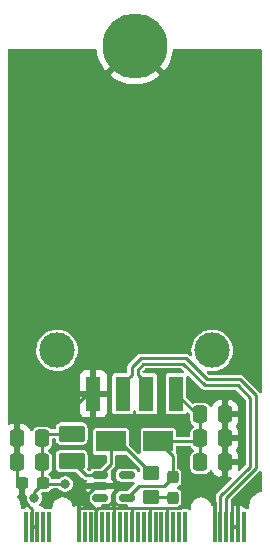
<source format=gbr>
%TF.GenerationSoftware,KiCad,Pcbnew,6.0.10-86aedd382b~118~ubuntu20.04.1*%
%TF.CreationDate,2023-01-28T15:04:09-05:00*%
%TF.ProjectId,Logitech Unifying 2242,4c6f6769-7465-4636-9820-556e69667969,A*%
%TF.SameCoordinates,Original*%
%TF.FileFunction,Copper,L1,Top*%
%TF.FilePolarity,Positive*%
%FSLAX46Y46*%
G04 Gerber Fmt 4.6, Leading zero omitted, Abs format (unit mm)*
G04 Created by KiCad (PCBNEW 6.0.10-86aedd382b~118~ubuntu20.04.1) date 2023-01-28 15:04:09*
%MOMM*%
%LPD*%
G01*
G04 APERTURE LIST*
G04 Aperture macros list*
%AMRoundRect*
0 Rectangle with rounded corners*
0 $1 Rounding radius*
0 $2 $3 $4 $5 $6 $7 $8 $9 X,Y pos of 4 corners*
0 Add a 4 corners polygon primitive as box body*
4,1,4,$2,$3,$4,$5,$6,$7,$8,$9,$2,$3,0*
0 Add four circle primitives for the rounded corners*
1,1,$1+$1,$2,$3*
1,1,$1+$1,$4,$5*
1,1,$1+$1,$6,$7*
1,1,$1+$1,$8,$9*
0 Add four rect primitives between the rounded corners*
20,1,$1+$1,$2,$3,$4,$5,0*
20,1,$1+$1,$4,$5,$6,$7,0*
20,1,$1+$1,$6,$7,$8,$9,0*
20,1,$1+$1,$8,$9,$2,$3,0*%
G04 Aperture macros list end*
%TA.AperFunction,SMDPad,CuDef*%
%ADD10RoundRect,0.150000X-0.512500X-0.150000X0.512500X-0.150000X0.512500X0.150000X-0.512500X0.150000X0*%
%TD*%
%TA.AperFunction,SMDPad,CuDef*%
%ADD11RoundRect,0.237500X0.237500X-0.300000X0.237500X0.300000X-0.237500X0.300000X-0.237500X-0.300000X0*%
%TD*%
%TA.AperFunction,SMDPad,CuDef*%
%ADD12R,1.250000X3.000000*%
%TD*%
%TA.AperFunction,ComponentPad*%
%ADD13C,3.000000*%
%TD*%
%TA.AperFunction,SMDPad,CuDef*%
%ADD14RoundRect,0.250000X0.337500X0.475000X-0.337500X0.475000X-0.337500X-0.475000X0.337500X-0.475000X0*%
%TD*%
%TA.AperFunction,SMDPad,CuDef*%
%ADD15RoundRect,0.250001X-0.849999X0.462499X-0.849999X-0.462499X0.849999X-0.462499X0.849999X0.462499X0*%
%TD*%
%TA.AperFunction,SMDPad,CuDef*%
%ADD16RoundRect,0.250000X-0.337500X-0.475000X0.337500X-0.475000X0.337500X0.475000X-0.337500X0.475000X0*%
%TD*%
%TA.AperFunction,SMDPad,CuDef*%
%ADD17R,0.350000X2.500000*%
%TD*%
%TA.AperFunction,ComponentPad*%
%ADD18C,5.500000*%
%TD*%
%TA.AperFunction,SMDPad,CuDef*%
%ADD19RoundRect,0.237500X0.300000X0.237500X-0.300000X0.237500X-0.300000X-0.237500X0.300000X-0.237500X0*%
%TD*%
%TA.AperFunction,SMDPad,CuDef*%
%ADD20R,2.500000X1.800000*%
%TD*%
%TA.AperFunction,SMDPad,CuDef*%
%ADD21RoundRect,0.250000X-0.450000X0.350000X-0.450000X-0.350000X0.450000X-0.350000X0.450000X0.350000X0*%
%TD*%
%TA.AperFunction,ViaPad*%
%ADD22C,0.800000*%
%TD*%
%TA.AperFunction,Conductor*%
%ADD23C,0.250000*%
%TD*%
G04 APERTURE END LIST*
D10*
%TO.P,U1,1,SW*%
%TO.N,Net-(D1-Pad2)*%
X135662500Y-115558000D03*
%TO.P,U1,2,GND*%
%TO.N,GND*%
X135662500Y-116508000D03*
%TO.P,U1,3,NC*%
%TO.N,unconnected-(U1-Pad3)*%
X135662500Y-117458000D03*
%TO.P,U1,4,VOUT*%
%TO.N,+5V*%
X137937500Y-117458000D03*
%TO.P,U1,5,NC*%
%TO.N,unconnected-(U1-Pad5)*%
X137937500Y-115558000D03*
%TD*%
D11*
%TO.P,C2,1*%
%TO.N,Net-(C2-Pad1)*%
X141800000Y-117462500D03*
%TO.P,C2,2*%
%TO.N,+5V*%
X141800000Y-115737500D03*
%TD*%
D12*
%TO.P,USB,1,Pin_1*%
%TO.N,+5V*%
X142078000Y-108664000D03*
%TO.P,USB,2,Pin_2*%
%TO.N,/USBD-*%
X139578000Y-108664000D03*
%TO.P,USB,3,Pin_3*%
%TO.N,/USBD+*%
X137578000Y-108664000D03*
%TO.P,USB,4,Pin_4*%
%TO.N,GND*%
X135078000Y-108664000D03*
D13*
%TO.P,USB,5*%
%TO.N,N/C*%
X132008000Y-104984000D03*
X145148000Y-104984000D03*
%TD*%
D14*
%TO.P,C3.3,1*%
%TO.N,+3V3*%
X130725500Y-112444000D03*
%TO.P,C3.3,2*%
%TO.N,GND*%
X128650500Y-112444000D03*
%TD*%
D15*
%TO.P,L1,1,1*%
%TO.N,+3V3*%
X133244000Y-112043500D03*
%TO.P,L1,2,2*%
%TO.N,Net-(D1-Pad2)*%
X133244000Y-114368500D03*
%TD*%
D16*
%TO.P,C1.2,1*%
%TO.N,+5V*%
X144144500Y-112444000D03*
%TO.P,C1.2,2*%
%TO.N,GND*%
X146219500Y-112444000D03*
%TD*%
%TO.P,C1.1,1*%
%TO.N,+5V*%
X144144500Y-114476000D03*
%TO.P,C1.1,2*%
%TO.N,GND*%
X146219500Y-114476000D03*
%TD*%
D17*
%TO.P,J1,1,CONFIG_3*%
%TO.N,unconnected-(J1-Pad1)*%
X147850000Y-119950000D03*
%TO.P,J1,3,GND*%
%TO.N,GND*%
X147350000Y-119950000D03*
D18*
X138600000Y-79200000D03*
D17*
%TO.P,J1,5,GND*%
X146850000Y-119950000D03*
%TO.P,J1,7,USB_D+*%
%TO.N,/USBD+*%
X146350000Y-119950000D03*
%TO.P,J1,9,USB_D-*%
%TO.N,/USBD-*%
X145850000Y-119950000D03*
%TO.P,J1,11,GND*%
%TO.N,GND*%
X145350000Y-119950000D03*
%TO.P,J1,21,CONFIG_0*%
%TO.N,unconnected-(J1-Pad21)*%
X142850000Y-119950000D03*
%TO.P,J1,23,GPIO_11*%
%TO.N,unconnected-(J1-Pad23)*%
X142350000Y-119950000D03*
%TO.P,J1,25,DPR*%
%TO.N,unconnected-(J1-Pad25)*%
X141850000Y-119950000D03*
%TO.P,J1,27,GND*%
%TO.N,GND*%
X141350000Y-119950000D03*
%TO.P,J1,29,PERn1/USB3.0-Rx-/SSIC-RxN*%
%TO.N,unconnected-(J1-Pad29)*%
X140850000Y-119950000D03*
%TO.P,J1,31,PERp1/USB3.0-Rx+/SSIC-RxP*%
%TO.N,unconnected-(J1-Pad31)*%
X140350000Y-119950000D03*
%TO.P,J1,33,GND*%
%TO.N,GND*%
X139850000Y-119950000D03*
%TO.P,J1,35,PETn1/USB3.0-Tx-/SSIC-TxN*%
%TO.N,unconnected-(J1-Pad35)*%
X139350000Y-119950000D03*
%TO.P,J1,37,PETp1/USB3.0-Tx+/SSIC-TxP*%
%TO.N,unconnected-(J1-Pad37)*%
X138850000Y-119950000D03*
%TO.P,J1,39,GND*%
%TO.N,GND*%
X138350000Y-119950000D03*
%TO.P,J1,41,PERn0/SATA-B+*%
%TO.N,unconnected-(J1-Pad41)*%
X137850000Y-119950000D03*
%TO.P,J1,43,PERp0/SATA-B-*%
%TO.N,unconnected-(J1-Pad43)*%
X137350000Y-119950000D03*
%TO.P,J1,45,GND*%
%TO.N,GND*%
X136850000Y-119950000D03*
%TO.P,J1,47,PETn0/SATA-A-*%
%TO.N,unconnected-(J1-Pad47)*%
X136350000Y-119950000D03*
%TO.P,J1,49,PETp0/SATA-A+*%
%TO.N,unconnected-(J1-Pad49)*%
X135850000Y-119950000D03*
%TO.P,J1,51,GND*%
%TO.N,GND*%
X135350000Y-119950000D03*
%TO.P,J1,53,REFCLKn*%
%TO.N,unconnected-(J1-Pad53)*%
X134850000Y-119950000D03*
%TO.P,J1,55,REFCLKp*%
%TO.N,unconnected-(J1-Pad55)*%
X134350000Y-119950000D03*
%TO.P,J1,57,GND*%
%TO.N,GND*%
X133850000Y-119950000D03*
%TO.P,J1,67,~{RESET}*%
%TO.N,unconnected-(J1-Pad67)*%
X131350000Y-119950000D03*
%TO.P,J1,69,CONFIG_1*%
%TO.N,unconnected-(J1-Pad69)*%
X130850000Y-119950000D03*
%TO.P,J1,71,GND*%
%TO.N,GND*%
X130350000Y-119950000D03*
%TO.P,J1,73,GND*%
X129850000Y-119950000D03*
%TO.P,J1,75,CONFIG_2*%
%TO.N,unconnected-(J1-Pad75)*%
X129350000Y-119950000D03*
%TD*%
D19*
%TO.P,C3.1,1*%
%TO.N,+3V3*%
X130804500Y-116254000D03*
%TO.P,C3.1,2*%
%TO.N,GND*%
X129079500Y-116254000D03*
%TD*%
D14*
%TO.P,C3.2,1*%
%TO.N,+3V3*%
X130725500Y-114476000D03*
%TO.P,C3.2,2*%
%TO.N,GND*%
X128650500Y-114476000D03*
%TD*%
D20*
%TO.P,D1,1,K*%
%TO.N,+5V*%
X140578000Y-112698000D03*
%TO.P,D1,2,A*%
%TO.N,Net-(D1-Pad2)*%
X136578000Y-112698000D03*
%TD*%
D21*
%TO.P,R1,1*%
%TO.N,Net-(D1-Pad2)*%
X140000000Y-115400000D03*
%TO.P,R1,2*%
%TO.N,Net-(C2-Pad1)*%
X140000000Y-117400000D03*
%TD*%
D16*
%TO.P,C1.3,1*%
%TO.N,+5V*%
X144144500Y-110412000D03*
%TO.P,C1.3,2*%
%TO.N,GND*%
X146219500Y-110412000D03*
%TD*%
D22*
%TO.N,GND*%
X128600000Y-110600000D03*
X133400000Y-117400000D03*
X146100000Y-116000000D03*
X146300000Y-108900000D03*
X143800000Y-117024500D03*
X147700000Y-117200000D03*
X133500000Y-109700000D03*
%TO.N,+3V3*%
X130100000Y-117500000D03*
X132700000Y-116300000D03*
%TD*%
D23*
%TO.N,+5V*%
X144144500Y-112444000D02*
X144144500Y-110412000D01*
X143890500Y-112698000D02*
X144144500Y-112444000D01*
X140578000Y-112698000D02*
X143890500Y-112698000D01*
X141800000Y-115737500D02*
X141800000Y-113920000D01*
X143826000Y-110412000D02*
X144144500Y-110412000D01*
X141800000Y-113920000D02*
X140578000Y-112698000D01*
X141062500Y-116475000D02*
X141800000Y-115737500D01*
X137937500Y-117458000D02*
X138920500Y-116475000D01*
X142078000Y-108664000D02*
X143826000Y-110412000D01*
X144144500Y-114476000D02*
X144144500Y-112444000D01*
X138920500Y-116475000D02*
X141062500Y-116475000D01*
%TO.N,GND*%
X136850000Y-119950000D02*
X136850000Y-118450000D01*
X139925000Y-118375000D02*
X141350000Y-118375000D01*
X134600000Y-117186249D02*
X135278249Y-116508000D01*
X145350000Y-119950000D02*
X145350000Y-117850000D01*
X135350000Y-118479751D02*
X134600000Y-117729751D01*
X139775000Y-118375000D02*
X138350000Y-118375000D01*
X133850000Y-119950000D02*
X133850000Y-118450000D01*
X138350000Y-118375000D02*
X138350000Y-119950000D01*
X139850000Y-118450000D02*
X139775000Y-118375000D01*
X134600000Y-117729751D02*
X134600000Y-117186249D01*
X129079500Y-117679500D02*
X129079500Y-116254000D01*
X146219500Y-110412000D02*
X146219500Y-108980500D01*
X135350000Y-118479750D02*
X135350000Y-119950000D01*
X134600000Y-117186249D02*
X133613751Y-117186249D01*
X128650500Y-114476000D02*
X128650500Y-115825000D01*
X139850000Y-118450000D02*
X139925000Y-118375000D01*
X146850000Y-119950000D02*
X146850000Y-118050000D01*
X142449500Y-118375000D02*
X143800000Y-117024500D01*
X128650500Y-112444000D02*
X128650500Y-110650500D01*
X133925000Y-118375000D02*
X135245250Y-118375000D01*
X146219500Y-114476000D02*
X146219500Y-115880500D01*
X141350000Y-118375000D02*
X142449500Y-118375000D01*
X133613751Y-117186249D02*
X133400000Y-117400000D01*
X129850000Y-119950000D02*
X129850000Y-118450000D01*
X146219500Y-115880500D02*
X146100000Y-116000000D01*
X144524500Y-117024500D02*
X143800000Y-117024500D01*
X135350000Y-118479751D02*
X135350000Y-119950000D01*
X135278249Y-116508000D02*
X135662500Y-116508000D01*
X145350000Y-117850000D02*
X144524500Y-117024500D01*
X141350000Y-118375000D02*
X141350000Y-119950000D01*
X128650500Y-110650500D02*
X128600000Y-110600000D01*
X136850000Y-118450000D02*
X136775000Y-118375000D01*
X135078000Y-108664000D02*
X134536000Y-108664000D01*
X128650500Y-114476000D02*
X128650500Y-112444000D01*
X135245250Y-118375000D02*
X135350000Y-118479750D01*
X147350000Y-119950000D02*
X147350000Y-117550000D01*
X130350000Y-119950000D02*
X129850000Y-119950000D01*
X139850000Y-119950000D02*
X139850000Y-118450000D01*
X147350000Y-117550000D02*
X147700000Y-117200000D01*
X136775000Y-118375000D02*
X135454751Y-118375000D01*
X136850000Y-118450000D02*
X136925000Y-118375000D01*
X134536000Y-108664000D02*
X133500000Y-109700000D01*
X128650500Y-115825000D02*
X129079500Y-116254000D01*
X129850000Y-118450000D02*
X129079500Y-117679500D01*
X146219500Y-108980500D02*
X146300000Y-108900000D01*
X146850000Y-118050000D02*
X147700000Y-117200000D01*
X136925000Y-118375000D02*
X138350000Y-118375000D01*
X133850000Y-118450000D02*
X133925000Y-118375000D01*
X135454751Y-118375000D02*
X135350000Y-118479751D01*
%TO.N,Net-(C2-Pad1)*%
X141737500Y-117400000D02*
X141800000Y-117462500D01*
X140000000Y-117400000D02*
X141737500Y-117400000D01*
%TO.N,+3V3*%
X130100000Y-117500000D02*
X130100000Y-116958500D01*
X131126000Y-112043500D02*
X130725500Y-112444000D01*
X130725500Y-116175000D02*
X130804500Y-116254000D01*
X133244000Y-112043500D02*
X131126000Y-112043500D01*
X132700000Y-116300000D02*
X130850500Y-116300000D01*
X130725500Y-114476000D02*
X130725500Y-116175000D01*
X130725500Y-114476000D02*
X130725500Y-112444000D01*
X130100000Y-116958500D02*
X130804500Y-116254000D01*
X130850500Y-116300000D02*
X130804500Y-116254000D01*
%TO.N,Net-(D1-Pad2)*%
X135662500Y-115558000D02*
X134433500Y-115558000D01*
X135662500Y-115558000D02*
X136578000Y-114642500D01*
X136578000Y-114642500D02*
X136578000Y-112698000D01*
X136578000Y-112698000D02*
X137298000Y-112698000D01*
X134433500Y-115558000D02*
X133244000Y-114368500D01*
X137298000Y-112698000D02*
X140000000Y-115400000D01*
%TO.N,/USBD+*%
X138328000Y-106412530D02*
X138328000Y-107039000D01*
X137578000Y-107789000D02*
X137578000Y-108664000D01*
X148850000Y-108796446D02*
X147503554Y-107450000D01*
X148850000Y-114986396D02*
X148850000Y-108796446D01*
X144703554Y-107450000D02*
X142903554Y-105650000D01*
X146350000Y-119950000D02*
X146350000Y-117486396D01*
X146350000Y-117486396D02*
X148850000Y-114986396D01*
X142903554Y-105650000D02*
X139090530Y-105650000D01*
X139090530Y-105650000D02*
X138328000Y-106412530D01*
X138328000Y-107039000D02*
X137578000Y-107789000D01*
X147503554Y-107450000D02*
X144703554Y-107450000D01*
%TO.N,/USBD-*%
X148350000Y-109003554D02*
X148350000Y-114850000D01*
X147296446Y-107950000D02*
X148350000Y-109003554D01*
X142696446Y-106150000D02*
X144496446Y-107950000D01*
X148350000Y-114850000D02*
X145850000Y-117350000D01*
X139578000Y-108664000D02*
X139578000Y-107789000D01*
X139297638Y-106150000D02*
X142696446Y-106150000D01*
X145850000Y-117350000D02*
X145850000Y-119950000D01*
X144496446Y-107950000D02*
X147296446Y-107950000D01*
X138828000Y-107039000D02*
X138828000Y-106619638D01*
X139578000Y-107789000D02*
X138828000Y-107039000D01*
X138828000Y-106619638D02*
X139297638Y-106150000D01*
%TD*%
%TA.AperFunction,Conductor*%
%TO.N,GND*%
G36*
X146984012Y-119688290D02*
G01*
X147022396Y-119748016D01*
X147029475Y-119772124D01*
X147030865Y-119773329D01*
X147038548Y-119775000D01*
X147156885Y-119775000D01*
X147172124Y-119770525D01*
X147173329Y-119769135D01*
X147175379Y-119759710D01*
X147209404Y-119697398D01*
X147271716Y-119663373D01*
X147342532Y-119668437D01*
X147399368Y-119710984D01*
X147424179Y-119777504D01*
X147424500Y-119786493D01*
X147424500Y-119999000D01*
X147404498Y-120067121D01*
X147350842Y-120113614D01*
X147298500Y-120125000D01*
X146901500Y-120125000D01*
X146833379Y-120104998D01*
X146786886Y-120051342D01*
X146775500Y-119999000D01*
X146775500Y-119783514D01*
X146795502Y-119715393D01*
X146849158Y-119668900D01*
X146919432Y-119658796D01*
X146984012Y-119688290D01*
G37*
%TD.AperFunction*%
%TA.AperFunction,Conductor*%
G36*
X130366621Y-119795002D02*
G01*
X130413114Y-119848658D01*
X130424500Y-119901000D01*
X130424500Y-119999000D01*
X130404498Y-120067121D01*
X130350842Y-120113614D01*
X130298500Y-120125000D01*
X129901500Y-120125000D01*
X129833379Y-120104998D01*
X129786886Y-120051342D01*
X129775500Y-119999000D01*
X129775500Y-119901000D01*
X129795502Y-119832879D01*
X129849158Y-119786386D01*
X129901500Y-119775000D01*
X130298500Y-119775000D01*
X130366621Y-119795002D01*
G37*
%TD.AperFunction*%
%TA.AperFunction,Conductor*%
G36*
X149314794Y-115235869D02*
G01*
X149347251Y-115299012D01*
X149349500Y-115322710D01*
X149349500Y-116862738D01*
X149329498Y-116930859D01*
X149275842Y-116977352D01*
X149248468Y-116986239D01*
X149207713Y-116994479D01*
X149017630Y-117065284D01*
X149013319Y-117067716D01*
X149013317Y-117067717D01*
X148859052Y-117154747D01*
X148840963Y-117164952D01*
X148682063Y-117291030D01*
X148544842Y-117440413D01*
X148542106Y-117444536D01*
X148542105Y-117444537D01*
X148460707Y-117567191D01*
X148432679Y-117609424D01*
X148348336Y-117793899D01*
X148347009Y-117798662D01*
X148347007Y-117798667D01*
X148309497Y-117933286D01*
X148293890Y-117989298D01*
X148271564Y-118183150D01*
X148269759Y-118190774D01*
X148271739Y-118203025D01*
X148272886Y-118210123D01*
X148274500Y-118230225D01*
X148274500Y-118340943D01*
X148254498Y-118409064D01*
X148200842Y-118455557D01*
X148130568Y-118465661D01*
X148122838Y-118463540D01*
X148122740Y-118464034D01*
X148049674Y-118449500D01*
X148035173Y-118449500D01*
X147967052Y-118429498D01*
X147934347Y-118399065D01*
X147893285Y-118344276D01*
X147880724Y-118331715D01*
X147778649Y-118255214D01*
X147763054Y-118246676D01*
X147642606Y-118201522D01*
X147627351Y-118197895D01*
X147576486Y-118192369D01*
X147569672Y-118192000D01*
X147543115Y-118192000D01*
X147527876Y-118196475D01*
X147526671Y-118197865D01*
X147525000Y-118205548D01*
X147525000Y-118440031D01*
X147504998Y-118508152D01*
X147497725Y-118517177D01*
X147494399Y-118519399D01*
X147439034Y-118602260D01*
X147436613Y-118614431D01*
X147424579Y-118674929D01*
X147391671Y-118737838D01*
X147329976Y-118772970D01*
X147259081Y-118769170D01*
X147201495Y-118727644D01*
X147175501Y-118661577D01*
X147175000Y-118650347D01*
X147175000Y-118210116D01*
X147170525Y-118194877D01*
X147169135Y-118193672D01*
X147161452Y-118192001D01*
X147130330Y-118192001D01*
X147123518Y-118192370D01*
X147113614Y-118193446D01*
X147086393Y-118193446D01*
X147076477Y-118192369D01*
X147069673Y-118192000D01*
X147043115Y-118192000D01*
X147027876Y-118196475D01*
X147026671Y-118197865D01*
X147025000Y-118205548D01*
X147025000Y-118650347D01*
X147004998Y-118718468D01*
X146951342Y-118764961D01*
X146881068Y-118775065D01*
X146816488Y-118745571D01*
X146778104Y-118685845D01*
X146775421Y-118674929D01*
X146763387Y-118614431D01*
X146760966Y-118602260D01*
X146746734Y-118580960D01*
X146725500Y-118510959D01*
X146725500Y-117694123D01*
X146745502Y-117626002D01*
X146762405Y-117605028D01*
X149077689Y-115289744D01*
X149095920Y-115275019D01*
X149097460Y-115273618D01*
X149106210Y-115267968D01*
X149124550Y-115244704D01*
X149182432Y-115203591D01*
X149253352Y-115200297D01*
X149314794Y-115235869D01*
G37*
%TD.AperFunction*%
%TA.AperFunction,Conductor*%
G36*
X143162012Y-107147057D02*
G01*
X143168595Y-107153186D01*
X144193098Y-108177689D01*
X144207823Y-108195920D01*
X144209224Y-108197460D01*
X144214874Y-108206210D01*
X144223052Y-108212657D01*
X144240911Y-108226736D01*
X144245278Y-108230617D01*
X144245344Y-108230539D01*
X144249302Y-108233893D01*
X144252984Y-108237575D01*
X144257215Y-108240598D01*
X144257218Y-108240601D01*
X144262037Y-108244044D01*
X144268498Y-108248661D01*
X144273227Y-108252212D01*
X144313046Y-108283603D01*
X144321595Y-108286605D01*
X144328965Y-108291872D01*
X144377524Y-108306394D01*
X144383165Y-108308227D01*
X144423510Y-108322395D01*
X144430994Y-108325023D01*
X144436501Y-108325500D01*
X144439208Y-108325500D01*
X144441780Y-108325611D01*
X144441940Y-108325659D01*
X144441934Y-108325803D01*
X144442552Y-108325842D01*
X144448732Y-108327690D01*
X144502001Y-108325597D01*
X144506947Y-108325500D01*
X147088719Y-108325500D01*
X147156840Y-108345502D01*
X147177814Y-108362405D01*
X147937595Y-109122186D01*
X147971621Y-109184498D01*
X147974500Y-109211281D01*
X147974500Y-114642273D01*
X147954498Y-114710394D01*
X147937595Y-114731368D01*
X147525304Y-115143659D01*
X147462992Y-115177685D01*
X147392177Y-115172620D01*
X147335341Y-115130073D01*
X147310530Y-115063553D01*
X147310865Y-115041722D01*
X147314672Y-115004562D01*
X147315000Y-114998146D01*
X147315000Y-114748115D01*
X147310525Y-114732876D01*
X147309135Y-114731671D01*
X147301452Y-114730000D01*
X146491615Y-114730000D01*
X146476376Y-114734475D01*
X146475171Y-114735865D01*
X146473500Y-114743548D01*
X146473500Y-115690884D01*
X146477975Y-115706123D01*
X146479365Y-115707328D01*
X146487048Y-115708999D01*
X146604095Y-115708999D01*
X146610614Y-115708662D01*
X146647621Y-115704822D01*
X146717442Y-115717687D01*
X146769224Y-115766258D01*
X146786526Y-115835114D01*
X146763855Y-115902394D01*
X146749719Y-115919244D01*
X145622311Y-117046652D01*
X145604080Y-117061377D01*
X145602540Y-117062778D01*
X145593790Y-117068428D01*
X145587343Y-117076606D01*
X145573264Y-117094465D01*
X145569383Y-117098832D01*
X145569461Y-117098898D01*
X145566107Y-117102856D01*
X145562425Y-117106538D01*
X145559402Y-117110769D01*
X145559399Y-117110772D01*
X145555956Y-117115591D01*
X145551339Y-117122052D01*
X145547788Y-117126781D01*
X145516397Y-117166600D01*
X145513395Y-117175149D01*
X145508128Y-117182519D01*
X145505144Y-117192498D01*
X145493608Y-117231070D01*
X145491774Y-117236714D01*
X145477604Y-117277065D01*
X145477603Y-117277071D01*
X145474977Y-117284548D01*
X145474500Y-117290055D01*
X145474500Y-117292762D01*
X145474389Y-117295335D01*
X145474341Y-117295494D01*
X145474197Y-117295488D01*
X145474158Y-117296108D01*
X145472310Y-117302287D01*
X145473908Y-117342945D01*
X145474403Y-117355555D01*
X145474500Y-117360502D01*
X145474500Y-118510959D01*
X145453266Y-118580960D01*
X145439034Y-118602260D01*
X145436613Y-118614431D01*
X145424579Y-118674929D01*
X145391671Y-118737838D01*
X145329976Y-118772970D01*
X145259081Y-118769170D01*
X145201495Y-118727644D01*
X145175501Y-118661577D01*
X145175000Y-118650347D01*
X145175000Y-118210116D01*
X145170525Y-118194877D01*
X145169135Y-118193672D01*
X145148994Y-118189291D01*
X145086682Y-118155266D01*
X145055944Y-118105106D01*
X145008292Y-117958450D01*
X145006250Y-117952165D01*
X144916859Y-117797335D01*
X144909714Y-117789400D01*
X144801645Y-117669377D01*
X144801643Y-117669376D01*
X144797230Y-117664474D01*
X144715782Y-117605298D01*
X144657935Y-117563269D01*
X144657933Y-117563268D01*
X144652593Y-117559388D01*
X144646565Y-117556704D01*
X144646563Y-117556703D01*
X144495298Y-117489356D01*
X144495297Y-117489356D01*
X144489267Y-117486671D01*
X144401829Y-117468085D01*
X144320848Y-117450872D01*
X144320844Y-117450872D01*
X144314391Y-117449500D01*
X144135609Y-117449500D01*
X144129156Y-117450872D01*
X144129152Y-117450872D01*
X144048171Y-117468085D01*
X143960733Y-117486671D01*
X143954703Y-117489356D01*
X143954702Y-117489356D01*
X143803438Y-117556703D01*
X143803436Y-117556704D01*
X143797408Y-117559388D01*
X143792067Y-117563268D01*
X143792066Y-117563269D01*
X143722340Y-117613928D01*
X143652770Y-117664474D01*
X143648357Y-117669376D01*
X143648355Y-117669377D01*
X143540286Y-117789400D01*
X143533141Y-117797335D01*
X143443750Y-117952165D01*
X143441708Y-117958450D01*
X143391516Y-118112925D01*
X143388503Y-118122197D01*
X143387813Y-118128760D01*
X143387813Y-118128761D01*
X143381127Y-118192371D01*
X143370065Y-118297623D01*
X143369592Y-118300000D01*
X143372014Y-118312175D01*
X143372079Y-118312504D01*
X143374500Y-118337085D01*
X143374500Y-118396524D01*
X143354498Y-118464645D01*
X143300842Y-118511138D01*
X143230568Y-118521242D01*
X143178499Y-118501290D01*
X143133058Y-118470928D01*
X143133057Y-118470928D01*
X143122740Y-118464034D01*
X143049674Y-118449500D01*
X142650326Y-118449500D01*
X142644266Y-118450706D01*
X142644261Y-118450706D01*
X142628721Y-118453798D01*
X142624582Y-118454621D01*
X142575418Y-118454621D01*
X142571279Y-118453798D01*
X142555739Y-118450706D01*
X142555734Y-118450706D01*
X142549674Y-118449500D01*
X142290295Y-118449500D01*
X142222174Y-118429498D01*
X142175681Y-118375842D01*
X142165577Y-118305568D01*
X142195071Y-118240988D01*
X142246066Y-118205518D01*
X142265854Y-118198100D01*
X142265855Y-118198099D01*
X142274259Y-118194949D01*
X142281438Y-118189569D01*
X142281441Y-118189567D01*
X142378939Y-118116495D01*
X142386116Y-118111116D01*
X142394174Y-118100365D01*
X142464567Y-118006441D01*
X142464569Y-118006438D01*
X142469949Y-117999259D01*
X142474193Y-117987938D01*
X142516245Y-117875763D01*
X142516245Y-117875761D01*
X142519017Y-117868368D01*
X142520081Y-117858580D01*
X142525131Y-117812088D01*
X142525131Y-117812087D01*
X142525500Y-117808691D01*
X142525499Y-117116310D01*
X142525130Y-117112910D01*
X142519871Y-117064490D01*
X142519870Y-117064486D01*
X142519017Y-117056632D01*
X142479040Y-116949992D01*
X142473100Y-116934146D01*
X142473099Y-116934145D01*
X142469949Y-116925741D01*
X142464569Y-116918562D01*
X142464567Y-116918559D01*
X142391495Y-116821061D01*
X142386116Y-116813884D01*
X142340098Y-116779395D01*
X142281441Y-116735433D01*
X142281438Y-116735431D01*
X142274259Y-116730051D01*
X142265854Y-116726900D01*
X142265852Y-116726899D01*
X142242065Y-116717982D01*
X142185300Y-116675342D01*
X142160599Y-116608780D01*
X142175806Y-116539431D01*
X142226091Y-116489312D01*
X142242065Y-116482018D01*
X142265852Y-116473101D01*
X142265854Y-116473100D01*
X142274259Y-116469949D01*
X142281438Y-116464569D01*
X142281441Y-116464567D01*
X142378939Y-116391495D01*
X142386116Y-116386116D01*
X142391495Y-116378939D01*
X142464567Y-116281441D01*
X142464569Y-116281438D01*
X142469949Y-116274259D01*
X142478132Y-116252431D01*
X142516245Y-116150763D01*
X142516245Y-116150761D01*
X142519017Y-116143368D01*
X142522279Y-116113346D01*
X142525131Y-116087088D01*
X142525131Y-116087087D01*
X142525500Y-116083691D01*
X142525499Y-115391310D01*
X142524427Y-115381437D01*
X142519871Y-115339490D01*
X142519870Y-115339486D01*
X142519017Y-115331632D01*
X142469949Y-115200741D01*
X142464569Y-115193562D01*
X142464567Y-115193559D01*
X142391495Y-115096061D01*
X142386116Y-115088884D01*
X142274259Y-115005051D01*
X142257270Y-114998682D01*
X142200506Y-114956042D01*
X142175806Y-114889481D01*
X142175500Y-114880701D01*
X142175500Y-113973496D01*
X142177979Y-113950199D01*
X142178077Y-113948114D01*
X142180269Y-113937934D01*
X142176373Y-113905016D01*
X142176029Y-113899179D01*
X142175928Y-113899187D01*
X142175500Y-113894008D01*
X142175500Y-113888807D01*
X142172372Y-113870013D01*
X142171535Y-113864137D01*
X142169469Y-113846680D01*
X142165576Y-113813790D01*
X142161654Y-113805623D01*
X142160167Y-113796687D01*
X142155223Y-113787525D01*
X142155222Y-113787521D01*
X142136094Y-113752071D01*
X142133398Y-113746780D01*
X142114897Y-113708251D01*
X142114896Y-113708250D01*
X142111463Y-113701100D01*
X142107906Y-113696869D01*
X142106894Y-113695857D01*
X142102058Y-113688368D01*
X142103764Y-113687266D01*
X142079529Y-113632030D01*
X142078500Y-113615963D01*
X142078500Y-113199500D01*
X142098502Y-113131379D01*
X142152158Y-113084886D01*
X142204500Y-113073500D01*
X143243035Y-113073500D01*
X143311156Y-113093502D01*
X143357649Y-113147158D01*
X143360016Y-113152859D01*
X143360323Y-113153420D01*
X143363474Y-113161824D01*
X143368854Y-113169003D01*
X143368856Y-113169006D01*
X143428781Y-113248962D01*
X143449454Y-113276546D01*
X143559705Y-113359175D01*
X143602218Y-113416034D01*
X143607243Y-113486852D01*
X143573183Y-113549145D01*
X143559707Y-113560823D01*
X143449454Y-113643454D01*
X143444072Y-113650635D01*
X143368856Y-113750994D01*
X143368854Y-113750997D01*
X143363474Y-113758176D01*
X143333643Y-113837751D01*
X143322653Y-113867069D01*
X143313149Y-113892420D01*
X143312296Y-113900270D01*
X143312296Y-113900271D01*
X143309918Y-113922158D01*
X143306500Y-113953623D01*
X143306501Y-114998376D01*
X143306870Y-115001770D01*
X143306870Y-115001776D01*
X143310867Y-115038568D01*
X143313149Y-115059580D01*
X143363474Y-115193824D01*
X143368854Y-115201003D01*
X143368856Y-115201006D01*
X143444072Y-115301365D01*
X143449454Y-115308546D01*
X143456635Y-115313928D01*
X143556994Y-115389144D01*
X143556997Y-115389146D01*
X143564176Y-115394526D01*
X143628947Y-115418807D01*
X143691025Y-115442079D01*
X143691027Y-115442079D01*
X143698420Y-115444851D01*
X143706270Y-115445704D01*
X143706271Y-115445704D01*
X143756217Y-115451130D01*
X143759623Y-115451500D01*
X144144443Y-115451500D01*
X144529376Y-115451499D01*
X144532770Y-115451130D01*
X144532776Y-115451130D01*
X144582722Y-115445705D01*
X144582726Y-115445704D01*
X144590580Y-115444851D01*
X144724824Y-115394526D01*
X144732003Y-115389146D01*
X144732006Y-115389144D01*
X144832365Y-115313928D01*
X144839546Y-115308546D01*
X144844928Y-115301365D01*
X144920144Y-115201006D01*
X144920146Y-115201003D01*
X144925526Y-115193824D01*
X144928676Y-115185422D01*
X144932988Y-115177545D01*
X144935487Y-115178913D01*
X144969406Y-115133762D01*
X145035969Y-115109065D01*
X145105317Y-115124275D01*
X145155433Y-115174562D01*
X145164267Y-115194884D01*
X145188587Y-115267782D01*
X145194761Y-115280962D01*
X145280063Y-115418807D01*
X145289099Y-115430208D01*
X145403829Y-115544739D01*
X145415240Y-115553751D01*
X145553243Y-115638816D01*
X145566424Y-115644963D01*
X145720710Y-115696138D01*
X145734086Y-115699005D01*
X145828438Y-115708672D01*
X145834854Y-115709000D01*
X145947385Y-115709000D01*
X145962624Y-115704525D01*
X145963829Y-115703135D01*
X145965500Y-115695452D01*
X145965500Y-114203885D01*
X146473500Y-114203885D01*
X146477975Y-114219124D01*
X146479365Y-114220329D01*
X146487048Y-114222000D01*
X147296884Y-114222000D01*
X147312123Y-114217525D01*
X147313328Y-114216135D01*
X147314999Y-114208452D01*
X147314999Y-113953905D01*
X147314662Y-113947386D01*
X147304743Y-113851794D01*
X147301851Y-113838400D01*
X147250412Y-113684216D01*
X147244239Y-113671038D01*
X147155083Y-113526965D01*
X147157714Y-113525337D01*
X147136304Y-113472418D01*
X147149485Y-113402656D01*
X147156208Y-113392175D01*
X147155910Y-113391991D01*
X147244816Y-113247757D01*
X147250963Y-113234576D01*
X147302138Y-113080290D01*
X147305005Y-113066914D01*
X147314672Y-112972562D01*
X147315000Y-112966146D01*
X147315000Y-112716115D01*
X147310525Y-112700876D01*
X147309135Y-112699671D01*
X147301452Y-112698000D01*
X146491615Y-112698000D01*
X146476376Y-112702475D01*
X146475171Y-112703865D01*
X146473500Y-112711548D01*
X146473500Y-114203885D01*
X145965500Y-114203885D01*
X145965500Y-112171885D01*
X146473500Y-112171885D01*
X146477975Y-112187124D01*
X146479365Y-112188329D01*
X146487048Y-112190000D01*
X147296884Y-112190000D01*
X147312123Y-112185525D01*
X147313328Y-112184135D01*
X147314999Y-112176452D01*
X147314999Y-111921905D01*
X147314662Y-111915386D01*
X147304743Y-111819794D01*
X147301851Y-111806400D01*
X147250412Y-111652216D01*
X147244239Y-111639038D01*
X147155083Y-111494965D01*
X147157714Y-111493337D01*
X147136304Y-111440418D01*
X147149485Y-111370656D01*
X147156208Y-111360175D01*
X147155910Y-111359991D01*
X147244816Y-111215757D01*
X147250963Y-111202576D01*
X147302138Y-111048290D01*
X147305005Y-111034914D01*
X147314672Y-110940562D01*
X147315000Y-110934146D01*
X147315000Y-110684115D01*
X147310525Y-110668876D01*
X147309135Y-110667671D01*
X147301452Y-110666000D01*
X146491615Y-110666000D01*
X146476376Y-110670475D01*
X146475171Y-110671865D01*
X146473500Y-110679548D01*
X146473500Y-112171885D01*
X145965500Y-112171885D01*
X145965500Y-110139885D01*
X146473500Y-110139885D01*
X146477975Y-110155124D01*
X146479365Y-110156329D01*
X146487048Y-110158000D01*
X147296884Y-110158000D01*
X147312123Y-110153525D01*
X147313328Y-110152135D01*
X147314999Y-110144452D01*
X147314999Y-109889905D01*
X147314662Y-109883386D01*
X147304743Y-109787794D01*
X147301851Y-109774400D01*
X147250412Y-109620216D01*
X147244239Y-109607038D01*
X147158937Y-109469193D01*
X147149901Y-109457792D01*
X147035171Y-109343261D01*
X147023760Y-109334249D01*
X146885757Y-109249184D01*
X146872576Y-109243037D01*
X146718290Y-109191862D01*
X146704914Y-109188995D01*
X146610562Y-109179328D01*
X146604145Y-109179000D01*
X146491615Y-109179000D01*
X146476376Y-109183475D01*
X146475171Y-109184865D01*
X146473500Y-109192548D01*
X146473500Y-110139885D01*
X145965500Y-110139885D01*
X145965500Y-109197116D01*
X145961025Y-109181877D01*
X145959635Y-109180672D01*
X145951952Y-109179001D01*
X145834905Y-109179001D01*
X145828386Y-109179338D01*
X145732794Y-109189257D01*
X145719400Y-109192149D01*
X145565216Y-109243588D01*
X145552038Y-109249761D01*
X145414193Y-109335063D01*
X145402792Y-109344099D01*
X145288261Y-109458829D01*
X145279249Y-109470240D01*
X145194184Y-109608243D01*
X145188036Y-109621426D01*
X145164331Y-109692895D01*
X145123900Y-109751255D01*
X145058336Y-109778492D01*
X144988455Y-109765959D01*
X144936443Y-109717634D01*
X144932994Y-109710451D01*
X144932988Y-109710455D01*
X144928676Y-109702578D01*
X144925526Y-109694176D01*
X144920146Y-109686997D01*
X144920144Y-109686994D01*
X144844928Y-109586635D01*
X144839546Y-109579454D01*
X144796654Y-109547308D01*
X144732006Y-109498856D01*
X144732003Y-109498854D01*
X144724824Y-109493474D01*
X144629641Y-109457792D01*
X144597975Y-109445921D01*
X144597973Y-109445921D01*
X144590580Y-109443149D01*
X144582730Y-109442296D01*
X144582729Y-109442296D01*
X144532774Y-109436869D01*
X144532773Y-109436869D01*
X144529377Y-109436500D01*
X144144557Y-109436500D01*
X143759624Y-109436501D01*
X143756230Y-109436870D01*
X143756224Y-109436870D01*
X143706278Y-109442295D01*
X143706274Y-109442296D01*
X143698420Y-109443149D01*
X143628947Y-109469193D01*
X143572583Y-109490322D01*
X143572581Y-109490323D01*
X143564176Y-109493474D01*
X143563028Y-109494335D01*
X143497377Y-109508691D01*
X143430830Y-109483952D01*
X143417134Y-109472097D01*
X142990405Y-109045368D01*
X142956379Y-108983056D01*
X142953500Y-108956273D01*
X142953500Y-107242281D01*
X142973502Y-107174160D01*
X143027158Y-107127667D01*
X143097432Y-107117563D01*
X143162012Y-107147057D01*
G37*
%TD.AperFunction*%
%TA.AperFunction,Conductor*%
G36*
X135301282Y-79470502D02*
G01*
X135347775Y-79524158D01*
X135357575Y-79556572D01*
X135410363Y-79886141D01*
X135411802Y-79892796D01*
X135503122Y-80226604D01*
X135505271Y-80233065D01*
X135632110Y-80555067D01*
X135634941Y-80561250D01*
X135795815Y-80867670D01*
X135799298Y-80873513D01*
X135992321Y-81160761D01*
X135996424Y-81166205D01*
X136111911Y-81303351D01*
X136124650Y-81311794D01*
X136135094Y-81305696D01*
X137953385Y-79487405D01*
X138015697Y-79453379D01*
X138042480Y-79450500D01*
X138404520Y-79450500D01*
X138472641Y-79470502D01*
X138519134Y-79524158D01*
X138529238Y-79594432D01*
X138499744Y-79659012D01*
X138493615Y-79665595D01*
X136492422Y-81666788D01*
X136485541Y-81679389D01*
X136493678Y-81690395D01*
X136753938Y-81890099D01*
X136759537Y-81893933D01*
X137055261Y-82073736D01*
X137061251Y-82076948D01*
X137374657Y-82223758D01*
X137380961Y-82226305D01*
X137708384Y-82338406D01*
X137714935Y-82340260D01*
X138052539Y-82416342D01*
X138059258Y-82417479D01*
X138403113Y-82456657D01*
X138409903Y-82457060D01*
X138755973Y-82458872D01*
X138762774Y-82458540D01*
X139107020Y-82422966D01*
X139113748Y-82421900D01*
X139452144Y-82349353D01*
X139458693Y-82347574D01*
X139787278Y-82238905D01*
X139793620Y-82236419D01*
X140108523Y-82092910D01*
X140114577Y-82089745D01*
X140412128Y-81913073D01*
X140417809Y-81909270D01*
X140694547Y-81701489D01*
X140699771Y-81697105D01*
X140706238Y-81691053D01*
X140714307Y-81677373D01*
X140714280Y-81676649D01*
X140709136Y-81668346D01*
X138706385Y-79665595D01*
X138672359Y-79603283D01*
X138677424Y-79532468D01*
X138719971Y-79475632D01*
X138786491Y-79450821D01*
X138795480Y-79450500D01*
X139157520Y-79450500D01*
X139225641Y-79470502D01*
X139246615Y-79487405D01*
X141063553Y-81304343D01*
X141077150Y-81311768D01*
X141086761Y-81305068D01*
X141182845Y-81193360D01*
X141187003Y-81187960D01*
X141383023Y-80902751D01*
X141386570Y-80896940D01*
X141550634Y-80592238D01*
X141553541Y-80586060D01*
X141683744Y-80265411D01*
X141685958Y-80258981D01*
X141780769Y-79926143D01*
X141782276Y-79919513D01*
X141840587Y-79578379D01*
X141841372Y-79571593D01*
X141841543Y-79568799D01*
X141865671Y-79502028D01*
X141922067Y-79458902D01*
X141967307Y-79450500D01*
X149223500Y-79450500D01*
X149291621Y-79470502D01*
X149338114Y-79524158D01*
X149349500Y-79576500D01*
X149349500Y-108458727D01*
X149329498Y-108526848D01*
X149275842Y-108573341D01*
X149205568Y-108583445D01*
X149137972Y-108551253D01*
X149111634Y-108526907D01*
X149108067Y-108523476D01*
X147806902Y-107222311D01*
X147792177Y-107204080D01*
X147790776Y-107202540D01*
X147785126Y-107193790D01*
X147759089Y-107173264D01*
X147754722Y-107169383D01*
X147754656Y-107169461D01*
X147750698Y-107166107D01*
X147747016Y-107162425D01*
X147742785Y-107159402D01*
X147742782Y-107159399D01*
X147734087Y-107153186D01*
X147731502Y-107151339D01*
X147726766Y-107147783D01*
X147723887Y-107145513D01*
X147686954Y-107116397D01*
X147678405Y-107113395D01*
X147671035Y-107108128D01*
X147637757Y-107098176D01*
X147622484Y-107093608D01*
X147616840Y-107091774D01*
X147576489Y-107077604D01*
X147576483Y-107077603D01*
X147569006Y-107074977D01*
X147563499Y-107074500D01*
X147560792Y-107074500D01*
X147558219Y-107074389D01*
X147558060Y-107074341D01*
X147558066Y-107074197D01*
X147557446Y-107074158D01*
X147551267Y-107072310D01*
X147497999Y-107074403D01*
X147493052Y-107074500D01*
X144911281Y-107074500D01*
X144843160Y-107054498D01*
X144822186Y-107037595D01*
X144699566Y-106914975D01*
X144665540Y-106852663D01*
X144670605Y-106781848D01*
X144713152Y-106725012D01*
X144779672Y-106700201D01*
X144812162Y-106702091D01*
X144847621Y-106708823D01*
X144944693Y-106727253D01*
X144944696Y-106727253D01*
X144949282Y-106728124D01*
X145079273Y-106733232D01*
X145204595Y-106738156D01*
X145204601Y-106738156D01*
X145209263Y-106738339D01*
X145330952Y-106725012D01*
X145463245Y-106710524D01*
X145463250Y-106710523D01*
X145467898Y-106710014D01*
X145486988Y-106704988D01*
X145714982Y-106644962D01*
X145714984Y-106644961D01*
X145719505Y-106643771D01*
X145840855Y-106591635D01*
X145954263Y-106542911D01*
X145954265Y-106542910D01*
X145958557Y-106541066D01*
X146149298Y-106423032D01*
X146175820Y-106406620D01*
X146175822Y-106406618D01*
X146179803Y-106404155D01*
X146213980Y-106375222D01*
X146374809Y-106239071D01*
X146374811Y-106239069D01*
X146378382Y-106236046D01*
X146549931Y-106040431D01*
X146690683Y-105821608D01*
X146797544Y-105584385D01*
X146830037Y-105469173D01*
X146866898Y-105338476D01*
X146866899Y-105338473D01*
X146868168Y-105333972D01*
X146884891Y-105202518D01*
X146900604Y-105079001D01*
X146900604Y-105078997D01*
X146901002Y-105075871D01*
X146903408Y-104984000D01*
X146884126Y-104724534D01*
X146826705Y-104470768D01*
X146825012Y-104466414D01*
X146734098Y-104232630D01*
X146734097Y-104232628D01*
X146732405Y-104228277D01*
X146603299Y-104002388D01*
X146442223Y-103798064D01*
X146252714Y-103619792D01*
X146038937Y-103471489D01*
X146034747Y-103469423D01*
X146034744Y-103469421D01*
X145809775Y-103358479D01*
X145809772Y-103358478D01*
X145805587Y-103356414D01*
X145557792Y-103277094D01*
X145417569Y-103254257D01*
X145305606Y-103236023D01*
X145305605Y-103236023D01*
X145300994Y-103235272D01*
X145170914Y-103233569D01*
X145045512Y-103231927D01*
X145045509Y-103231927D01*
X145040835Y-103231866D01*
X144783030Y-103266952D01*
X144533243Y-103339758D01*
X144528990Y-103341718D01*
X144528989Y-103341719D01*
X144492634Y-103358479D01*
X144296961Y-103448686D01*
X144293056Y-103451246D01*
X144293051Y-103451249D01*
X144083288Y-103588775D01*
X144083283Y-103588779D01*
X144079375Y-103591341D01*
X143885265Y-103764591D01*
X143718895Y-103964629D01*
X143583920Y-104187061D01*
X143582111Y-104191375D01*
X143582110Y-104191377D01*
X143568338Y-104224221D01*
X143483305Y-104427001D01*
X143419261Y-104679177D01*
X143393194Y-104938049D01*
X143405677Y-105197930D01*
X143429026Y-105315313D01*
X143429714Y-105318773D01*
X143423386Y-105389487D01*
X143379831Y-105445554D01*
X143312879Y-105469173D01*
X143243785Y-105452846D01*
X143217040Y-105432449D01*
X143206902Y-105422311D01*
X143192177Y-105404080D01*
X143190776Y-105402540D01*
X143185126Y-105393790D01*
X143159089Y-105373264D01*
X143154722Y-105369383D01*
X143154656Y-105369461D01*
X143150698Y-105366107D01*
X143147016Y-105362425D01*
X143142785Y-105359402D01*
X143142782Y-105359399D01*
X143137963Y-105355956D01*
X143131502Y-105351339D01*
X143126766Y-105347783D01*
X143086954Y-105316397D01*
X143078405Y-105313395D01*
X143071035Y-105308128D01*
X143037757Y-105298176D01*
X143022484Y-105293608D01*
X143016840Y-105291774D01*
X142976489Y-105277604D01*
X142976483Y-105277603D01*
X142969006Y-105274977D01*
X142963499Y-105274500D01*
X142960792Y-105274500D01*
X142958219Y-105274389D01*
X142958060Y-105274341D01*
X142958066Y-105274197D01*
X142957446Y-105274158D01*
X142951267Y-105272310D01*
X142897999Y-105274403D01*
X142893052Y-105274500D01*
X139144026Y-105274500D01*
X139120738Y-105272021D01*
X139118640Y-105271922D01*
X139108463Y-105269731D01*
X139076567Y-105273506D01*
X139075545Y-105273627D01*
X139069709Y-105273971D01*
X139069717Y-105274072D01*
X139064538Y-105274500D01*
X139059337Y-105274500D01*
X139054207Y-105275354D01*
X139054205Y-105275354D01*
X139040538Y-105277629D01*
X139034661Y-105278466D01*
X138984320Y-105284424D01*
X138976153Y-105288346D01*
X138967217Y-105289833D01*
X138958055Y-105294777D01*
X138958051Y-105294778D01*
X138922601Y-105313906D01*
X138917310Y-105316602D01*
X138878781Y-105335103D01*
X138871630Y-105338537D01*
X138867399Y-105342094D01*
X138865467Y-105344026D01*
X138863593Y-105345745D01*
X138863456Y-105345819D01*
X138863356Y-105345709D01*
X138862876Y-105346132D01*
X138857201Y-105349194D01*
X138850132Y-105356841D01*
X138850131Y-105356842D01*
X138820990Y-105388367D01*
X138817560Y-105391933D01*
X138100311Y-106109182D01*
X138082080Y-106123907D01*
X138080540Y-106125308D01*
X138071790Y-106130958D01*
X138065343Y-106139136D01*
X138051264Y-106156995D01*
X138047383Y-106161362D01*
X138047461Y-106161428D01*
X138044107Y-106165386D01*
X138040425Y-106169068D01*
X138029339Y-106184582D01*
X138025788Y-106189311D01*
X137994397Y-106229130D01*
X137991395Y-106237679D01*
X137986128Y-106245049D01*
X137983144Y-106255028D01*
X137971608Y-106293600D01*
X137969774Y-106299244D01*
X137955604Y-106339595D01*
X137955603Y-106339601D01*
X137952977Y-106347078D01*
X137952500Y-106352585D01*
X137952500Y-106355292D01*
X137952389Y-106357865D01*
X137952341Y-106358024D01*
X137952197Y-106358018D01*
X137952158Y-106358638D01*
X137950310Y-106364817D01*
X137950719Y-106375222D01*
X137952403Y-106418085D01*
X137952500Y-106423032D01*
X137952500Y-106787500D01*
X137932498Y-106855621D01*
X137878842Y-106902114D01*
X137826500Y-106913500D01*
X136928326Y-106913500D01*
X136855260Y-106928034D01*
X136772399Y-106983399D01*
X136717034Y-107066260D01*
X136702500Y-107139326D01*
X136702500Y-110188674D01*
X136717034Y-110261740D01*
X136772399Y-110344601D01*
X136855260Y-110399966D01*
X136928326Y-110414500D01*
X138227674Y-110414500D01*
X138300740Y-110399966D01*
X138383601Y-110344601D01*
X138438966Y-110261740D01*
X138453500Y-110188674D01*
X138453750Y-110188724D01*
X138479189Y-110125723D01*
X138537143Y-110084712D01*
X138608069Y-110081544D01*
X138669448Y-110117225D01*
X138701793Y-110180425D01*
X138702500Y-110185343D01*
X138702500Y-110188674D01*
X138717034Y-110261740D01*
X138772399Y-110344601D01*
X138855260Y-110399966D01*
X138928326Y-110414500D01*
X140227674Y-110414500D01*
X140300740Y-110399966D01*
X140383601Y-110344601D01*
X140438966Y-110261740D01*
X140453500Y-110188674D01*
X140453500Y-107139326D01*
X140438966Y-107066260D01*
X140383601Y-106983399D01*
X140300740Y-106928034D01*
X140227674Y-106913500D01*
X139369365Y-106913500D01*
X139301244Y-106893498D01*
X139254751Y-106839842D01*
X139244647Y-106769568D01*
X139274141Y-106704988D01*
X139280270Y-106698405D01*
X139416270Y-106562405D01*
X139478582Y-106528379D01*
X139505365Y-106525500D01*
X142488719Y-106525500D01*
X142556840Y-106545502D01*
X142577814Y-106562405D01*
X142713814Y-106698405D01*
X142747840Y-106760717D01*
X142742775Y-106831532D01*
X142700228Y-106888368D01*
X142633708Y-106913179D01*
X142624719Y-106913500D01*
X141428326Y-106913500D01*
X141355260Y-106928034D01*
X141272399Y-106983399D01*
X141217034Y-107066260D01*
X141202500Y-107139326D01*
X141202500Y-110188674D01*
X141217034Y-110261740D01*
X141272399Y-110344601D01*
X141355260Y-110399966D01*
X141428326Y-110414500D01*
X142727674Y-110414500D01*
X142800740Y-110399966D01*
X142883601Y-110344601D01*
X142932072Y-110272058D01*
X142936075Y-110266067D01*
X142990552Y-110220539D01*
X143060995Y-110211690D01*
X143129936Y-110246973D01*
X143269596Y-110386633D01*
X143303622Y-110448945D01*
X143306501Y-110475728D01*
X143306501Y-110934376D01*
X143313149Y-110995580D01*
X143363474Y-111129824D01*
X143368854Y-111137003D01*
X143368856Y-111137006D01*
X143428708Y-111216865D01*
X143449454Y-111244546D01*
X143559705Y-111327175D01*
X143602218Y-111384034D01*
X143607243Y-111454852D01*
X143573183Y-111517145D01*
X143559707Y-111528823D01*
X143449454Y-111611454D01*
X143444072Y-111618635D01*
X143368856Y-111718994D01*
X143368854Y-111718997D01*
X143363474Y-111726176D01*
X143313149Y-111860420D01*
X143306500Y-111921623D01*
X143306500Y-112196500D01*
X143286498Y-112264621D01*
X143232842Y-112311114D01*
X143180500Y-112322500D01*
X142204500Y-112322500D01*
X142136379Y-112302498D01*
X142089886Y-112248842D01*
X142078500Y-112196500D01*
X142078500Y-111773326D01*
X142063966Y-111700260D01*
X142008601Y-111617399D01*
X141925740Y-111562034D01*
X141852674Y-111547500D01*
X139303326Y-111547500D01*
X139230260Y-111562034D01*
X139147399Y-111617399D01*
X139092034Y-111700260D01*
X139077500Y-111773326D01*
X139077500Y-113622674D01*
X139078706Y-113628739D01*
X139079034Y-113632065D01*
X139065805Y-113701818D01*
X139016964Y-113753346D01*
X138948019Y-113770289D01*
X138880859Y-113747267D01*
X138864546Y-113733509D01*
X138115405Y-112984368D01*
X138081379Y-112922056D01*
X138078500Y-112895273D01*
X138078500Y-111773326D01*
X138063966Y-111700260D01*
X138008601Y-111617399D01*
X137925740Y-111562034D01*
X137852674Y-111547500D01*
X135303326Y-111547500D01*
X135230260Y-111562034D01*
X135147399Y-111617399D01*
X135092034Y-111700260D01*
X135077500Y-111773326D01*
X135077500Y-113622674D01*
X135092034Y-113695740D01*
X135147399Y-113778601D01*
X135175566Y-113797421D01*
X135215544Y-113824133D01*
X135230260Y-113833966D01*
X135303326Y-113848500D01*
X136076500Y-113848500D01*
X136144621Y-113868502D01*
X136191114Y-113922158D01*
X136202500Y-113974500D01*
X136202500Y-114434773D01*
X136182498Y-114502894D01*
X136165595Y-114523868D01*
X135718868Y-114970595D01*
X135656556Y-115004621D01*
X135629773Y-115007500D01*
X135167341Y-115007501D01*
X135118482Y-115007501D01*
X135113589Y-115008276D01*
X135113588Y-115008276D01*
X135034494Y-115020802D01*
X135034492Y-115020803D01*
X135024696Y-115022354D01*
X135015859Y-115026857D01*
X135015858Y-115026857D01*
X134993105Y-115038451D01*
X134911658Y-115079950D01*
X134846013Y-115145595D01*
X134783701Y-115179621D01*
X134756918Y-115182500D01*
X134678582Y-115182500D01*
X134610461Y-115162498D01*
X134563968Y-115108842D01*
X134553864Y-115038568D01*
X134560600Y-115012271D01*
X134562389Y-115007501D01*
X134577186Y-114968029D01*
X134585079Y-114946974D01*
X134585079Y-114946972D01*
X134587851Y-114939579D01*
X134594500Y-114878376D01*
X134594500Y-113858624D01*
X134593269Y-113847293D01*
X134588704Y-113805272D01*
X134588704Y-113805271D01*
X134587851Y-113797421D01*
X134583380Y-113785493D01*
X134553601Y-113706058D01*
X134537526Y-113663177D01*
X134532146Y-113655998D01*
X134532144Y-113655995D01*
X134456927Y-113555634D01*
X134451546Y-113548454D01*
X134392186Y-113503966D01*
X134344005Y-113467856D01*
X134344002Y-113467854D01*
X134336823Y-113462474D01*
X134222188Y-113419500D01*
X134209974Y-113414921D01*
X134209972Y-113414921D01*
X134202579Y-113412149D01*
X134194729Y-113411296D01*
X134194728Y-113411296D01*
X134144773Y-113405869D01*
X134144772Y-113405869D01*
X134141376Y-113405500D01*
X132346624Y-113405500D01*
X132343228Y-113405869D01*
X132343227Y-113405869D01*
X132293272Y-113411296D01*
X132293271Y-113411296D01*
X132285421Y-113412149D01*
X132278028Y-113414921D01*
X132278026Y-113414921D01*
X132265812Y-113419500D01*
X132151177Y-113462474D01*
X132143998Y-113467854D01*
X132143995Y-113467856D01*
X132095814Y-113503966D01*
X132036454Y-113548454D01*
X132031073Y-113555634D01*
X131955856Y-113655995D01*
X131955854Y-113655998D01*
X131950474Y-113663177D01*
X131934399Y-113706058D01*
X131904621Y-113785493D01*
X131900149Y-113797421D01*
X131899296Y-113805271D01*
X131899296Y-113805272D01*
X131894731Y-113847293D01*
X131893500Y-113858624D01*
X131893500Y-114878376D01*
X131900149Y-114939579D01*
X131902921Y-114946972D01*
X131902921Y-114946974D01*
X131910814Y-114968029D01*
X131950474Y-115073823D01*
X131955854Y-115081002D01*
X131955856Y-115081005D01*
X131998320Y-115137664D01*
X132036454Y-115188546D01*
X132043634Y-115193927D01*
X132143995Y-115269144D01*
X132143998Y-115269146D01*
X132151177Y-115274526D01*
X132222771Y-115301365D01*
X132278026Y-115322079D01*
X132278028Y-115322079D01*
X132285421Y-115324851D01*
X132293271Y-115325704D01*
X132293272Y-115325704D01*
X132343227Y-115331131D01*
X132346624Y-115331500D01*
X133623773Y-115331500D01*
X133691894Y-115351502D01*
X133712868Y-115368405D01*
X134130152Y-115785689D01*
X134144877Y-115803920D01*
X134146278Y-115805460D01*
X134151928Y-115814210D01*
X134160106Y-115820657D01*
X134177965Y-115834736D01*
X134182332Y-115838617D01*
X134182398Y-115838539D01*
X134186356Y-115841893D01*
X134190038Y-115845575D01*
X134194269Y-115848598D01*
X134194272Y-115848601D01*
X134199091Y-115852044D01*
X134205552Y-115856661D01*
X134210281Y-115860212D01*
X134250100Y-115891603D01*
X134258649Y-115894605D01*
X134266019Y-115899872D01*
X134299297Y-115909824D01*
X134314570Y-115914392D01*
X134320214Y-115916226D01*
X134360565Y-115930396D01*
X134360571Y-115930397D01*
X134368048Y-115933023D01*
X134373555Y-115933500D01*
X134376262Y-115933500D01*
X134378835Y-115933611D01*
X134378994Y-115933659D01*
X134378988Y-115933803D01*
X134379608Y-115933842D01*
X134385787Y-115935690D01*
X134403516Y-115934993D01*
X134415086Y-115934539D01*
X134483939Y-115951852D01*
X134532503Y-116003641D01*
X134545357Y-116073464D01*
X134541029Y-116095596D01*
X134500061Y-116236605D01*
X134500101Y-116250706D01*
X134507370Y-116254000D01*
X136811878Y-116254000D01*
X136825409Y-116250027D01*
X136826544Y-116242129D01*
X136785893Y-116102210D01*
X136779648Y-116087779D01*
X136703089Y-115958322D01*
X136693449Y-115945896D01*
X136608806Y-115861253D01*
X136574780Y-115798941D01*
X136573453Y-115752443D01*
X136574725Y-115744412D01*
X136575500Y-115739519D01*
X136575499Y-115376482D01*
X136560646Y-115282696D01*
X136560604Y-115282614D01*
X136558734Y-115217098D01*
X136591499Y-115160038D01*
X136805689Y-114945848D01*
X136823920Y-114931123D01*
X136825460Y-114929722D01*
X136834210Y-114924072D01*
X136854736Y-114898035D01*
X136858619Y-114893666D01*
X136858541Y-114893600D01*
X136861892Y-114889645D01*
X136865576Y-114885961D01*
X136873438Y-114874959D01*
X136876660Y-114870451D01*
X136880226Y-114865702D01*
X136905152Y-114834085D01*
X136905156Y-114834078D01*
X136911603Y-114825900D01*
X136914605Y-114817351D01*
X136919872Y-114809981D01*
X136934396Y-114761417D01*
X136936231Y-114755770D01*
X136950395Y-114715436D01*
X136950395Y-114715435D01*
X136953023Y-114707952D01*
X136953500Y-114702445D01*
X136953500Y-114699738D01*
X136953611Y-114697168D01*
X136953659Y-114697006D01*
X136953804Y-114697012D01*
X136953843Y-114696392D01*
X136955691Y-114690213D01*
X136953597Y-114636919D01*
X136953500Y-114631973D01*
X136953500Y-113974500D01*
X136973502Y-113906379D01*
X137027158Y-113859886D01*
X137079500Y-113848500D01*
X137852674Y-113848500D01*
X137853588Y-113848318D01*
X137921542Y-113861203D01*
X137953238Y-113884275D01*
X139012595Y-114943632D01*
X139046621Y-115005944D01*
X139049500Y-115032727D01*
X139049500Y-115177580D01*
X139029498Y-115245701D01*
X138975842Y-115292194D01*
X138905568Y-115302298D01*
X138840988Y-115272804D01*
X138811233Y-115234783D01*
X138798170Y-115209146D01*
X138778050Y-115169658D01*
X138688342Y-115079950D01*
X138575304Y-115022354D01*
X138565515Y-115020804D01*
X138565513Y-115020803D01*
X138538151Y-115016470D01*
X138481519Y-115007500D01*
X137937610Y-115007500D01*
X137393482Y-115007501D01*
X137388589Y-115008276D01*
X137388588Y-115008276D01*
X137309494Y-115020802D01*
X137309492Y-115020803D01*
X137299696Y-115022354D01*
X137290859Y-115026857D01*
X137290858Y-115026857D01*
X137268105Y-115038451D01*
X137186658Y-115079950D01*
X137096950Y-115169658D01*
X137039354Y-115282696D01*
X137024500Y-115376481D01*
X137024501Y-115739518D01*
X137039354Y-115833304D01*
X137096950Y-115946342D01*
X137186658Y-116036050D01*
X137299696Y-116093646D01*
X137309485Y-116095196D01*
X137309487Y-116095197D01*
X137336657Y-116099500D01*
X137393481Y-116108500D01*
X137548798Y-116108500D01*
X138451774Y-116108499D01*
X138519895Y-116128501D01*
X138566388Y-116182157D01*
X138576492Y-116252431D01*
X138546999Y-116317011D01*
X138540869Y-116323594D01*
X137993868Y-116870595D01*
X137931556Y-116904621D01*
X137904773Y-116907500D01*
X137442341Y-116907501D01*
X137393482Y-116907501D01*
X137388589Y-116908276D01*
X137388588Y-116908276D01*
X137309494Y-116920802D01*
X137309492Y-116920803D01*
X137299696Y-116922354D01*
X137186658Y-116979950D01*
X137096950Y-117069658D01*
X137039354Y-117182696D01*
X137037804Y-117192485D01*
X137037803Y-117192487D01*
X137036057Y-117203514D01*
X137024500Y-117276481D01*
X137024501Y-117639518D01*
X137039354Y-117733304D01*
X137096950Y-117846342D01*
X137186658Y-117936050D01*
X137288495Y-117987939D01*
X137293059Y-117992249D01*
X137299392Y-117993491D01*
X137299696Y-117993646D01*
X137393481Y-118008500D01*
X137879461Y-118008500D01*
X137947582Y-118028502D01*
X137994075Y-118082158D01*
X138004179Y-118152432D01*
X137974685Y-118217012D01*
X137939970Y-118245020D01*
X137921354Y-118255212D01*
X137819276Y-118331715D01*
X137806715Y-118344276D01*
X137765653Y-118399065D01*
X137708794Y-118441580D01*
X137664827Y-118449500D01*
X137650326Y-118449500D01*
X137644266Y-118450706D01*
X137644261Y-118450706D01*
X137628721Y-118453798D01*
X137624582Y-118454621D01*
X137575418Y-118454621D01*
X137571279Y-118453798D01*
X137555739Y-118450706D01*
X137555734Y-118450706D01*
X137549674Y-118449500D01*
X137535173Y-118449500D01*
X137467052Y-118429498D01*
X137434347Y-118399065D01*
X137393285Y-118344276D01*
X137380724Y-118331715D01*
X137278649Y-118255214D01*
X137263056Y-118246677D01*
X137228449Y-118233703D01*
X137214697Y-118223372D01*
X137208035Y-118224040D01*
X137187062Y-118218187D01*
X137142609Y-118201522D01*
X137127351Y-118197895D01*
X137076486Y-118192369D01*
X137069672Y-118192000D01*
X137043115Y-118192000D01*
X137027876Y-118196475D01*
X137026671Y-118197865D01*
X137025000Y-118205548D01*
X137025000Y-118440031D01*
X137004998Y-118508152D01*
X136997725Y-118517177D01*
X136994399Y-118519399D01*
X136987507Y-118529714D01*
X136954766Y-118578715D01*
X136900289Y-118624243D01*
X136829846Y-118633092D01*
X136765802Y-118602451D01*
X136745234Y-118578715D01*
X136712493Y-118529714D01*
X136705601Y-118519399D01*
X136706328Y-118518913D01*
X136677879Y-118466814D01*
X136675000Y-118440031D01*
X136675000Y-118210116D01*
X136670525Y-118194877D01*
X136669135Y-118193672D01*
X136661452Y-118192001D01*
X136630331Y-118192001D01*
X136623510Y-118192371D01*
X136572648Y-118197895D01*
X136557396Y-118201521D01*
X136436946Y-118246676D01*
X136421351Y-118255214D01*
X136319276Y-118331715D01*
X136306715Y-118344276D01*
X136265653Y-118399065D01*
X136208794Y-118441580D01*
X136164827Y-118449500D01*
X136150326Y-118449500D01*
X136144266Y-118450706D01*
X136144261Y-118450706D01*
X136128721Y-118453798D01*
X136124582Y-118454621D01*
X136075418Y-118454621D01*
X136071279Y-118453798D01*
X136055739Y-118450706D01*
X136055734Y-118450706D01*
X136049674Y-118449500D01*
X136035173Y-118449500D01*
X135967052Y-118429498D01*
X135934347Y-118399065D01*
X135893285Y-118344276D01*
X135880724Y-118331715D01*
X135778643Y-118255210D01*
X135760028Y-118245018D01*
X135709882Y-118194759D01*
X135694869Y-118125368D01*
X135719755Y-118058876D01*
X135776639Y-118016394D01*
X135820536Y-118008499D01*
X136206518Y-118008499D01*
X136219513Y-118006441D01*
X136290506Y-117995198D01*
X136290508Y-117995197D01*
X136300304Y-117993646D01*
X136413342Y-117936050D01*
X136503050Y-117846342D01*
X136560646Y-117733304D01*
X136575500Y-117639519D01*
X136575499Y-117276482D01*
X136573451Y-117263552D01*
X136582550Y-117193143D01*
X136608805Y-117154748D01*
X136693449Y-117070104D01*
X136703089Y-117057678D01*
X136779648Y-116928221D01*
X136785893Y-116913790D01*
X136824939Y-116779395D01*
X136824899Y-116765294D01*
X136817630Y-116762000D01*
X134513122Y-116762000D01*
X134499591Y-116765973D01*
X134498456Y-116773871D01*
X134539107Y-116913790D01*
X134545352Y-116928221D01*
X134621911Y-117057678D01*
X134631551Y-117070104D01*
X134716194Y-117154747D01*
X134750220Y-117217059D01*
X134751547Y-117263555D01*
X134749500Y-117276481D01*
X134749501Y-117639518D01*
X134764354Y-117733304D01*
X134821950Y-117846342D01*
X134911658Y-117936050D01*
X135018759Y-117990621D01*
X135070373Y-118039368D01*
X135087439Y-118108283D01*
X135064538Y-118175485D01*
X135005785Y-118220869D01*
X134936946Y-118246676D01*
X134921351Y-118255214D01*
X134819276Y-118331715D01*
X134806715Y-118344276D01*
X134765653Y-118399065D01*
X134708794Y-118441580D01*
X134664827Y-118449500D01*
X134650326Y-118449500D01*
X134644266Y-118450706D01*
X134644261Y-118450706D01*
X134628721Y-118453798D01*
X134624582Y-118454621D01*
X134575418Y-118454621D01*
X134571279Y-118453798D01*
X134555739Y-118450706D01*
X134555734Y-118450706D01*
X134549674Y-118449500D01*
X134535173Y-118449500D01*
X134467052Y-118429498D01*
X134434347Y-118399065D01*
X134393285Y-118344276D01*
X134380724Y-118331715D01*
X134278649Y-118255214D01*
X134263054Y-118246676D01*
X134142606Y-118201522D01*
X134127351Y-118197895D01*
X134076486Y-118192369D01*
X134069672Y-118192000D01*
X134043115Y-118192000D01*
X134027876Y-118196475D01*
X134026671Y-118197865D01*
X134025000Y-118205548D01*
X134025000Y-118440031D01*
X134004998Y-118508152D01*
X133997725Y-118517177D01*
X133994399Y-118519399D01*
X133939034Y-118602260D01*
X133936613Y-118614431D01*
X133924579Y-118674929D01*
X133891671Y-118737838D01*
X133829976Y-118772970D01*
X133759081Y-118769170D01*
X133701495Y-118727644D01*
X133675501Y-118661577D01*
X133675000Y-118650347D01*
X133675000Y-118210116D01*
X133670525Y-118194877D01*
X133669135Y-118193672D01*
X133661452Y-118192001D01*
X133630331Y-118192001D01*
X133623510Y-118192371D01*
X133572648Y-118197895D01*
X133557396Y-118201521D01*
X133481354Y-118230028D01*
X133410546Y-118235211D01*
X133348177Y-118201290D01*
X133314048Y-118139035D01*
X133313024Y-118132698D01*
X133312187Y-118128759D01*
X133311497Y-118122197D01*
X133308485Y-118112925D01*
X133258292Y-117958450D01*
X133256250Y-117952165D01*
X133166859Y-117797335D01*
X133159714Y-117789400D01*
X133051645Y-117669377D01*
X133051643Y-117669376D01*
X133047230Y-117664474D01*
X132965782Y-117605298D01*
X132907935Y-117563269D01*
X132907933Y-117563268D01*
X132902593Y-117559388D01*
X132896565Y-117556704D01*
X132896563Y-117556703D01*
X132745298Y-117489356D01*
X132745297Y-117489356D01*
X132739267Y-117486671D01*
X132651829Y-117468085D01*
X132570848Y-117450872D01*
X132570844Y-117450872D01*
X132564391Y-117449500D01*
X132385609Y-117449500D01*
X132379156Y-117450872D01*
X132379152Y-117450872D01*
X132298171Y-117468085D01*
X132210733Y-117486671D01*
X132204703Y-117489356D01*
X132204702Y-117489356D01*
X132053438Y-117556703D01*
X132053436Y-117556704D01*
X132047408Y-117559388D01*
X132042067Y-117563268D01*
X132042066Y-117563269D01*
X131972340Y-117613928D01*
X131902770Y-117664474D01*
X131898357Y-117669376D01*
X131898355Y-117669377D01*
X131790286Y-117789400D01*
X131783141Y-117797335D01*
X131693750Y-117952165D01*
X131691708Y-117958450D01*
X131641516Y-118112925D01*
X131638503Y-118122197D01*
X131637813Y-118128760D01*
X131637813Y-118128761D01*
X131631127Y-118192371D01*
X131620065Y-118297623D01*
X131619592Y-118300000D01*
X131622014Y-118312174D01*
X131622013Y-118323506D01*
X131602007Y-118391626D01*
X131548349Y-118438116D01*
X131496013Y-118449500D01*
X131150326Y-118449500D01*
X131144266Y-118450706D01*
X131144261Y-118450706D01*
X131128721Y-118453798D01*
X131124582Y-118454621D01*
X131075418Y-118454621D01*
X131071279Y-118453798D01*
X131055739Y-118450706D01*
X131055734Y-118450706D01*
X131049674Y-118449500D01*
X131035173Y-118449500D01*
X130967052Y-118429498D01*
X130934347Y-118399065D01*
X130893285Y-118344276D01*
X130880724Y-118331715D01*
X130778649Y-118255214D01*
X130763054Y-118246676D01*
X130642606Y-118201522D01*
X130627351Y-118197895D01*
X130613382Y-118196377D01*
X130547820Y-118169135D01*
X130507394Y-118110772D01*
X130504939Y-118039818D01*
X130545158Y-117975305D01*
X130582348Y-117943542D01*
X130674224Y-117815683D01*
X130678409Y-117805274D01*
X130730114Y-117676652D01*
X130732950Y-117669598D01*
X130742140Y-117605028D01*
X130754553Y-117517807D01*
X130754553Y-117517804D01*
X130755134Y-117513723D01*
X130755278Y-117500000D01*
X130736363Y-117343694D01*
X130710966Y-117276482D01*
X130683394Y-117203514D01*
X130683393Y-117203511D01*
X130680710Y-117196412D01*
X130667279Y-117176870D01*
X130645177Y-117109401D01*
X130663061Y-117040694D01*
X130715251Y-116992562D01*
X130771117Y-116979500D01*
X131139456Y-116979499D01*
X131150690Y-116979499D01*
X131154085Y-116979130D01*
X131154090Y-116979130D01*
X131202510Y-116973871D01*
X131202514Y-116973870D01*
X131210368Y-116973017D01*
X131314058Y-116934146D01*
X131332854Y-116927100D01*
X131332855Y-116927099D01*
X131341259Y-116923949D01*
X131348438Y-116918569D01*
X131348441Y-116918567D01*
X131445939Y-116845495D01*
X131453116Y-116840116D01*
X131536949Y-116728259D01*
X131539427Y-116730116D01*
X131578789Y-116690843D01*
X131639048Y-116675500D01*
X132102010Y-116675500D01*
X132170131Y-116695502D01*
X132197391Y-116719169D01*
X132199726Y-116721875D01*
X132203958Y-116728172D01*
X132209568Y-116733277D01*
X132209570Y-116733279D01*
X132273026Y-116791019D01*
X132320410Y-116834135D01*
X132359334Y-116855269D01*
X132452099Y-116905637D01*
X132452101Y-116905638D01*
X132458776Y-116909262D01*
X132466125Y-116911190D01*
X132603719Y-116947287D01*
X132603721Y-116947287D01*
X132611069Y-116949215D01*
X132694380Y-116950524D01*
X132760898Y-116951569D01*
X132760901Y-116951569D01*
X132768495Y-116951688D01*
X132921968Y-116916538D01*
X133062625Y-116845795D01*
X133135389Y-116783649D01*
X133176574Y-116748474D01*
X133176576Y-116748471D01*
X133182348Y-116743542D01*
X133274224Y-116615683D01*
X133332950Y-116469598D01*
X133355134Y-116313723D01*
X133355278Y-116300000D01*
X133336363Y-116143694D01*
X133325457Y-116114833D01*
X133283394Y-116003514D01*
X133283393Y-116003511D01*
X133280710Y-115996412D01*
X133191531Y-115866657D01*
X133121117Y-115803920D01*
X133079648Y-115766972D01*
X133079645Y-115766970D01*
X133073976Y-115761919D01*
X132934831Y-115688245D01*
X132832355Y-115662505D01*
X132789498Y-115651740D01*
X132789496Y-115651740D01*
X132782128Y-115649889D01*
X132774530Y-115649849D01*
X132774528Y-115649849D01*
X132707319Y-115649497D01*
X132624684Y-115649065D01*
X132617305Y-115650837D01*
X132617301Y-115650837D01*
X132478967Y-115684048D01*
X132478963Y-115684049D01*
X132471588Y-115685820D01*
X132388037Y-115728944D01*
X132342508Y-115752443D01*
X132331679Y-115758032D01*
X132325957Y-115763024D01*
X132325955Y-115763025D01*
X132218759Y-115856538D01*
X132218756Y-115856541D01*
X132213034Y-115861533D01*
X132208667Y-115867747D01*
X132208664Y-115867750D01*
X132206415Y-115870950D01*
X132204179Y-115872731D01*
X132203582Y-115873394D01*
X132203471Y-115873294D01*
X132150881Y-115915182D01*
X132103328Y-115924500D01*
X131678544Y-115924500D01*
X131610423Y-115904498D01*
X131563930Y-115850842D01*
X131560562Y-115842729D01*
X131540100Y-115788147D01*
X131536949Y-115779741D01*
X131531569Y-115772562D01*
X131531567Y-115772559D01*
X131458495Y-115675061D01*
X131453116Y-115667884D01*
X131430371Y-115650837D01*
X131348440Y-115589433D01*
X131341259Y-115584051D01*
X131341403Y-115583859D01*
X131295043Y-115537394D01*
X131280029Y-115468003D01*
X131304914Y-115401511D01*
X131330133Y-115376307D01*
X131413365Y-115313928D01*
X131420546Y-115308546D01*
X131425928Y-115301365D01*
X131501144Y-115201006D01*
X131501146Y-115201003D01*
X131506526Y-115193824D01*
X131545893Y-115088812D01*
X131554079Y-115066975D01*
X131554079Y-115066973D01*
X131556851Y-115059580D01*
X131563500Y-114998377D01*
X131563499Y-113953624D01*
X131563127Y-113950199D01*
X131557705Y-113900278D01*
X131557704Y-113900274D01*
X131556851Y-113892420D01*
X131506526Y-113758176D01*
X131501146Y-113750997D01*
X131501144Y-113750994D01*
X131425928Y-113650635D01*
X131420546Y-113643454D01*
X131310295Y-113560825D01*
X131267782Y-113503966D01*
X131262757Y-113433148D01*
X131296817Y-113370855D01*
X131310293Y-113359177D01*
X131420546Y-113276546D01*
X131441219Y-113248962D01*
X131501144Y-113169006D01*
X131501146Y-113169003D01*
X131506526Y-113161824D01*
X131556851Y-113027580D01*
X131559864Y-112999851D01*
X131563131Y-112969774D01*
X131563131Y-112969773D01*
X131563500Y-112966377D01*
X131563499Y-112544999D01*
X131583501Y-112476880D01*
X131637156Y-112430386D01*
X131689499Y-112419000D01*
X131767500Y-112419000D01*
X131835621Y-112439002D01*
X131882114Y-112492658D01*
X131893500Y-112545000D01*
X131893500Y-112553376D01*
X131900149Y-112614579D01*
X131950474Y-112748823D01*
X131955854Y-112756002D01*
X131955856Y-112756005D01*
X132020003Y-112841596D01*
X132036454Y-112863546D01*
X132043634Y-112868927D01*
X132143995Y-112944144D01*
X132143998Y-112944146D01*
X132151177Y-112949526D01*
X132240562Y-112983034D01*
X132278026Y-112997079D01*
X132278028Y-112997079D01*
X132285421Y-112999851D01*
X132293271Y-113000704D01*
X132293272Y-113000704D01*
X132343227Y-113006131D01*
X132346624Y-113006500D01*
X134141376Y-113006500D01*
X134144773Y-113006131D01*
X134194728Y-113000704D01*
X134194729Y-113000704D01*
X134202579Y-112999851D01*
X134209972Y-112997079D01*
X134209974Y-112997079D01*
X134247438Y-112983034D01*
X134336823Y-112949526D01*
X134344002Y-112944146D01*
X134344005Y-112944144D01*
X134444366Y-112868927D01*
X134451546Y-112863546D01*
X134467997Y-112841596D01*
X134532144Y-112756005D01*
X134532146Y-112756002D01*
X134537526Y-112748823D01*
X134587851Y-112614579D01*
X134594500Y-112553376D01*
X134594500Y-111533624D01*
X134587851Y-111472421D01*
X134537526Y-111338177D01*
X134532146Y-111330998D01*
X134532144Y-111330995D01*
X134456927Y-111230634D01*
X134451546Y-111223454D01*
X134423689Y-111202576D01*
X134344005Y-111142856D01*
X134344002Y-111142854D01*
X134336823Y-111137474D01*
X134247438Y-111103966D01*
X134209974Y-111089921D01*
X134209972Y-111089921D01*
X134202579Y-111087149D01*
X134194729Y-111086296D01*
X134194728Y-111086296D01*
X134144773Y-111080869D01*
X134144772Y-111080869D01*
X134141376Y-111080500D01*
X132346624Y-111080500D01*
X132343228Y-111080869D01*
X132343227Y-111080869D01*
X132293272Y-111086296D01*
X132293271Y-111086296D01*
X132285421Y-111087149D01*
X132278028Y-111089921D01*
X132278026Y-111089921D01*
X132240562Y-111103966D01*
X132151177Y-111137474D01*
X132143998Y-111142854D01*
X132143995Y-111142856D01*
X132064311Y-111202576D01*
X132036454Y-111223454D01*
X132031073Y-111230634D01*
X131955856Y-111330995D01*
X131955854Y-111330998D01*
X131950474Y-111338177D01*
X131900149Y-111472421D01*
X131893500Y-111533624D01*
X131893500Y-111542000D01*
X131873498Y-111610121D01*
X131819842Y-111656614D01*
X131767500Y-111668000D01*
X131525952Y-111668000D01*
X131457831Y-111647998D01*
X131432673Y-111624588D01*
X131432277Y-111624984D01*
X131425928Y-111618635D01*
X131420546Y-111611454D01*
X131413365Y-111606072D01*
X131313006Y-111530856D01*
X131313003Y-111530854D01*
X131305824Y-111525474D01*
X131185246Y-111480272D01*
X131178975Y-111477921D01*
X131178973Y-111477921D01*
X131171580Y-111475149D01*
X131163730Y-111474296D01*
X131163729Y-111474296D01*
X131113774Y-111468869D01*
X131113773Y-111468869D01*
X131110377Y-111468500D01*
X130725557Y-111468500D01*
X130340624Y-111468501D01*
X130337230Y-111468870D01*
X130337224Y-111468870D01*
X130287278Y-111474295D01*
X130287274Y-111474296D01*
X130279420Y-111475149D01*
X130145176Y-111525474D01*
X130137997Y-111530854D01*
X130137994Y-111530856D01*
X130037635Y-111606072D01*
X130030454Y-111611454D01*
X130025072Y-111618635D01*
X129949856Y-111718994D01*
X129949854Y-111718997D01*
X129944474Y-111726176D01*
X129941324Y-111734578D01*
X129937012Y-111742455D01*
X129934513Y-111741087D01*
X129900594Y-111786238D01*
X129834031Y-111810935D01*
X129764683Y-111795725D01*
X129714567Y-111745438D01*
X129705733Y-111725116D01*
X129681413Y-111652218D01*
X129675239Y-111639038D01*
X129589937Y-111501193D01*
X129580901Y-111489792D01*
X129466171Y-111375261D01*
X129454760Y-111366249D01*
X129316757Y-111281184D01*
X129303576Y-111275037D01*
X129149290Y-111223862D01*
X129135914Y-111220995D01*
X129041562Y-111211328D01*
X129035145Y-111211000D01*
X128922615Y-111211000D01*
X128907376Y-111215475D01*
X128906171Y-111216865D01*
X128904500Y-111224548D01*
X128904500Y-114604000D01*
X128884498Y-114672121D01*
X128830842Y-114718614D01*
X128778500Y-114730000D01*
X128522500Y-114730000D01*
X128454379Y-114709998D01*
X128407886Y-114656342D01*
X128396500Y-114604000D01*
X128396500Y-111229116D01*
X128392025Y-111213877D01*
X128390635Y-111212672D01*
X128382952Y-111211001D01*
X128265905Y-111211001D01*
X128259386Y-111211338D01*
X128163794Y-111221257D01*
X128150400Y-111224149D01*
X128016376Y-111268862D01*
X127945426Y-111271446D01*
X127884342Y-111235262D01*
X127852518Y-111171798D01*
X127850500Y-111149338D01*
X127850500Y-110208669D01*
X133945001Y-110208669D01*
X133945371Y-110215490D01*
X133950895Y-110266352D01*
X133954521Y-110281604D01*
X133999676Y-110402054D01*
X134008214Y-110417649D01*
X134084715Y-110519724D01*
X134097276Y-110532285D01*
X134199351Y-110608786D01*
X134214946Y-110617324D01*
X134335394Y-110662478D01*
X134350649Y-110666105D01*
X134401514Y-110671631D01*
X134408328Y-110672000D01*
X134805885Y-110672000D01*
X134821124Y-110667525D01*
X134822329Y-110666135D01*
X134824000Y-110658452D01*
X134824000Y-110653884D01*
X135332000Y-110653884D01*
X135336475Y-110669123D01*
X135337865Y-110670328D01*
X135345548Y-110671999D01*
X135747669Y-110671999D01*
X135754490Y-110671629D01*
X135805352Y-110666105D01*
X135820604Y-110662479D01*
X135941054Y-110617324D01*
X135956649Y-110608786D01*
X136058724Y-110532285D01*
X136071285Y-110519724D01*
X136147786Y-110417649D01*
X136156324Y-110402054D01*
X136201478Y-110281606D01*
X136205105Y-110266351D01*
X136210631Y-110215486D01*
X136211000Y-110208672D01*
X136211000Y-108936115D01*
X136206525Y-108920876D01*
X136205135Y-108919671D01*
X136197452Y-108918000D01*
X135350115Y-108918000D01*
X135334876Y-108922475D01*
X135333671Y-108923865D01*
X135332000Y-108931548D01*
X135332000Y-110653884D01*
X134824000Y-110653884D01*
X134824000Y-108936115D01*
X134819525Y-108920876D01*
X134818135Y-108919671D01*
X134810452Y-108918000D01*
X133963116Y-108918000D01*
X133947877Y-108922475D01*
X133946672Y-108923865D01*
X133945001Y-108931548D01*
X133945001Y-110208669D01*
X127850500Y-110208669D01*
X127850500Y-108391885D01*
X133945000Y-108391885D01*
X133949475Y-108407124D01*
X133950865Y-108408329D01*
X133958548Y-108410000D01*
X134805885Y-108410000D01*
X134821124Y-108405525D01*
X134822329Y-108404135D01*
X134824000Y-108396452D01*
X134824000Y-108391885D01*
X135332000Y-108391885D01*
X135336475Y-108407124D01*
X135337865Y-108408329D01*
X135345548Y-108410000D01*
X136192884Y-108410000D01*
X136208123Y-108405525D01*
X136209328Y-108404135D01*
X136210999Y-108396452D01*
X136210999Y-107119331D01*
X136210629Y-107112510D01*
X136205105Y-107061648D01*
X136201479Y-107046396D01*
X136156324Y-106925946D01*
X136147786Y-106910351D01*
X136071285Y-106808276D01*
X136058724Y-106795715D01*
X135956649Y-106719214D01*
X135941054Y-106710676D01*
X135820606Y-106665522D01*
X135805351Y-106661895D01*
X135754486Y-106656369D01*
X135747672Y-106656000D01*
X135350115Y-106656000D01*
X135334876Y-106660475D01*
X135333671Y-106661865D01*
X135332000Y-106669548D01*
X135332000Y-108391885D01*
X134824000Y-108391885D01*
X134824000Y-106674116D01*
X134819525Y-106658877D01*
X134818135Y-106657672D01*
X134810452Y-106656001D01*
X134408331Y-106656001D01*
X134401510Y-106656371D01*
X134350648Y-106661895D01*
X134335396Y-106665521D01*
X134214946Y-106710676D01*
X134199351Y-106719214D01*
X134097276Y-106795715D01*
X134084715Y-106808276D01*
X134008214Y-106910351D01*
X133999676Y-106925946D01*
X133954522Y-107046394D01*
X133950895Y-107061649D01*
X133945369Y-107112514D01*
X133945000Y-107119328D01*
X133945000Y-108391885D01*
X127850500Y-108391885D01*
X127850500Y-104938049D01*
X130253194Y-104938049D01*
X130265677Y-105197930D01*
X130316435Y-105453112D01*
X130404355Y-105697989D01*
X130527504Y-105927180D01*
X130530299Y-105930923D01*
X130530301Y-105930926D01*
X130680385Y-106131913D01*
X130680390Y-106131919D01*
X130683177Y-106135651D01*
X130686486Y-106138931D01*
X130686491Y-106138937D01*
X130794630Y-106246136D01*
X130867954Y-106318823D01*
X130871716Y-106321581D01*
X130871719Y-106321584D01*
X130984332Y-106404155D01*
X131077775Y-106472670D01*
X131081910Y-106474846D01*
X131081914Y-106474848D01*
X131207774Y-106541066D01*
X131308033Y-106593815D01*
X131445799Y-106641925D01*
X131524900Y-106669548D01*
X131553667Y-106679594D01*
X131558260Y-106680466D01*
X131804693Y-106727253D01*
X131804696Y-106727253D01*
X131809282Y-106728124D01*
X131939273Y-106733232D01*
X132064595Y-106738156D01*
X132064601Y-106738156D01*
X132069263Y-106738339D01*
X132190952Y-106725012D01*
X132323245Y-106710524D01*
X132323250Y-106710523D01*
X132327898Y-106710014D01*
X132346988Y-106704988D01*
X132574982Y-106644962D01*
X132574984Y-106644961D01*
X132579505Y-106643771D01*
X132700855Y-106591635D01*
X132814263Y-106542911D01*
X132814265Y-106542910D01*
X132818557Y-106541066D01*
X133009298Y-106423032D01*
X133035820Y-106406620D01*
X133035822Y-106406618D01*
X133039803Y-106404155D01*
X133073980Y-106375222D01*
X133234809Y-106239071D01*
X133234811Y-106239069D01*
X133238382Y-106236046D01*
X133409931Y-106040431D01*
X133550683Y-105821608D01*
X133657544Y-105584385D01*
X133690037Y-105469173D01*
X133726898Y-105338476D01*
X133726899Y-105338473D01*
X133728168Y-105333972D01*
X133744891Y-105202518D01*
X133760604Y-105079001D01*
X133760604Y-105078997D01*
X133761002Y-105075871D01*
X133763408Y-104984000D01*
X133744126Y-104724534D01*
X133686705Y-104470768D01*
X133685012Y-104466414D01*
X133594098Y-104232630D01*
X133594097Y-104232628D01*
X133592405Y-104228277D01*
X133463299Y-104002388D01*
X133302223Y-103798064D01*
X133112714Y-103619792D01*
X132898937Y-103471489D01*
X132894747Y-103469423D01*
X132894744Y-103469421D01*
X132669775Y-103358479D01*
X132669772Y-103358478D01*
X132665587Y-103356414D01*
X132417792Y-103277094D01*
X132277569Y-103254257D01*
X132165606Y-103236023D01*
X132165605Y-103236023D01*
X132160994Y-103235272D01*
X132030914Y-103233569D01*
X131905512Y-103231927D01*
X131905509Y-103231927D01*
X131900835Y-103231866D01*
X131643030Y-103266952D01*
X131393243Y-103339758D01*
X131388990Y-103341718D01*
X131388989Y-103341719D01*
X131352634Y-103358479D01*
X131156961Y-103448686D01*
X131153056Y-103451246D01*
X131153051Y-103451249D01*
X130943288Y-103588775D01*
X130943283Y-103588779D01*
X130939375Y-103591341D01*
X130745265Y-103764591D01*
X130578895Y-103964629D01*
X130443920Y-104187061D01*
X130442111Y-104191375D01*
X130442110Y-104191377D01*
X130428338Y-104224221D01*
X130343305Y-104427001D01*
X130279261Y-104679177D01*
X130253194Y-104938049D01*
X127850500Y-104938049D01*
X127850500Y-79576500D01*
X127870502Y-79508379D01*
X127924158Y-79461886D01*
X127976500Y-79450500D01*
X135233161Y-79450500D01*
X135301282Y-79470502D01*
G37*
%TD.AperFunction*%
%TA.AperFunction,Conductor*%
G36*
X129275621Y-116020002D02*
G01*
X129322114Y-116073658D01*
X129333500Y-116126000D01*
X129333500Y-117218885D01*
X129337975Y-117234124D01*
X129339365Y-117235329D01*
X129360283Y-117239879D01*
X129359342Y-117244205D01*
X129402925Y-117257002D01*
X129449418Y-117310658D01*
X129459726Y-117379446D01*
X129449846Y-117454493D01*
X129444758Y-117493138D01*
X129462035Y-117649633D01*
X129516143Y-117797490D01*
X129520380Y-117803796D01*
X129520382Y-117803799D01*
X129557194Y-117858580D01*
X129603958Y-117928172D01*
X129609577Y-117933285D01*
X129609578Y-117933286D01*
X129658543Y-117977841D01*
X129695466Y-118038481D01*
X129693743Y-118109457D01*
X129653921Y-118168234D01*
X129587350Y-118196298D01*
X129572648Y-118197895D01*
X129557396Y-118201521D01*
X129436946Y-118246676D01*
X129421351Y-118255214D01*
X129319276Y-118331715D01*
X129306715Y-118344276D01*
X129265653Y-118399065D01*
X129208794Y-118441580D01*
X129164827Y-118449500D01*
X129150326Y-118449500D01*
X129077260Y-118464034D01*
X129076429Y-118459855D01*
X129029133Y-118464942D01*
X128965645Y-118433165D01*
X128929415Y-118372109D01*
X128925500Y-118340943D01*
X128925500Y-118230225D01*
X128927114Y-118210123D01*
X128928261Y-118203025D01*
X128930241Y-118190774D01*
X128928436Y-118183150D01*
X128927254Y-118172880D01*
X128911928Y-118039818D01*
X128906110Y-117989298D01*
X128890503Y-117933286D01*
X128852993Y-117798667D01*
X128852991Y-117798662D01*
X128851664Y-117793899D01*
X128767321Y-117609424D01*
X128764404Y-117605028D01*
X128657896Y-117444538D01*
X128657893Y-117444534D01*
X128655158Y-117440413D01*
X128654478Y-117439672D01*
X128628627Y-117374730D01*
X128642200Y-117305043D01*
X128691295Y-117253757D01*
X128754080Y-117237000D01*
X128807385Y-117237000D01*
X128822624Y-117232525D01*
X128823829Y-117231135D01*
X128825500Y-117223452D01*
X128825500Y-116126000D01*
X128845502Y-116057879D01*
X128899158Y-116011386D01*
X128951500Y-116000000D01*
X129207500Y-116000000D01*
X129275621Y-116020002D01*
G37*
%TD.AperFunction*%
%TD*%
M02*

</source>
